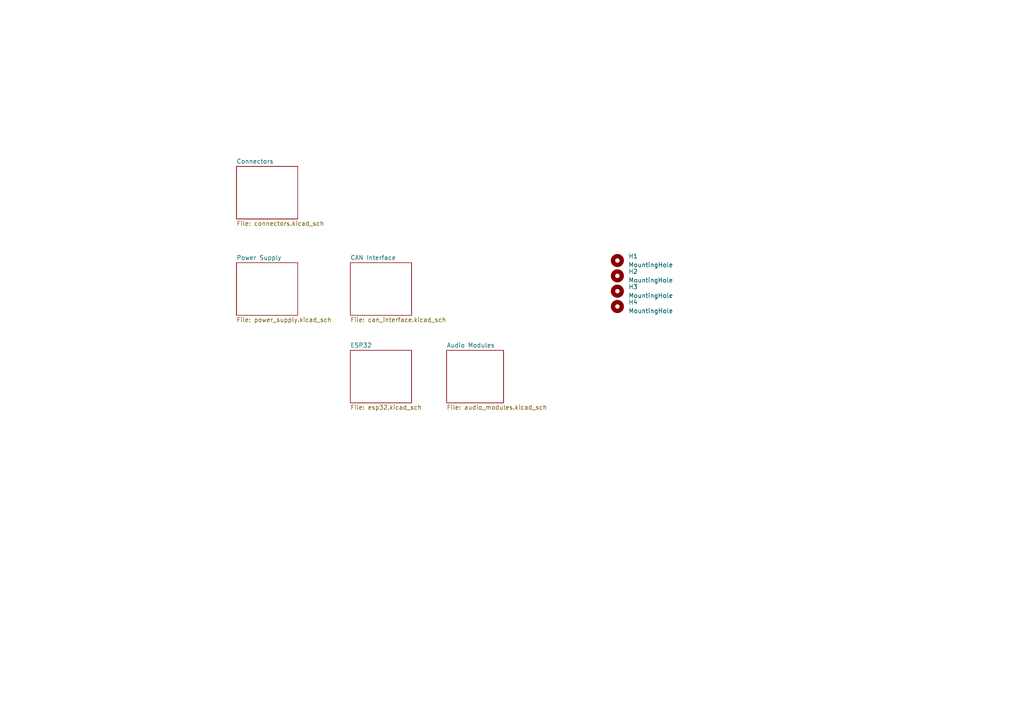
<source format=kicad_sch>
(kicad_sch (version 20211123) (generator eeschema)
  (paper "A4")
  (lib_symbols
    (symbol "Mechanical:MountingHole" (pin_names (offset 1.016))
      (property "Reference" "H" (at 0 5.08 0))
      (property "Value" "MountingHole" (at 0 3.175 0))
      (symbol "MountingHole_0_1"
        (circle (center 0 0) (radius 1.27) (stroke (width 1.27)))
      )
    )
  )
  (symbol (lib_id "Mechanical:MountingHole") (at 179.07 88.9 0) (unit 1)
    (property "Reference" "H4" (at 182.245 87.6299 0) (effects (justify left)))
    (property "Value" "MountingHole" (at 182.245 90.1699 0) (effects (justify left)))
    (property "Footprint" "kicadlibrary:MountingHole_3.2mm_M3_BARE" (effects hide))
  )
  (symbol (lib_id "Mechanical:MountingHole") (at 179.07 80.01 0) (unit 1)
    (property "Reference" "H2" (at 182.245 78.7399 0) (effects (justify left)))
    (property "Value" "MountingHole" (at 182.245 81.2799 0) (effects (justify left)))
    (property "Footprint" "kicadlibrary:MountingHole_3.2mm_M3_BARE" (effects hide))
  )
  (symbol (lib_id "Mechanical:MountingHole") (at 179.07 84.455 0) (unit 1)
    (property "Reference" "H3" (at 182.245 83.1849 0) (effects (justify left)))
    (property "Value" "MountingHole" (at 182.245 85.7249 0) (effects (justify left)))
    (property "Footprint" "kicadlibrary:MountingHole_3.2mm_M3_BARE" (effects hide))
  )
  (symbol (lib_id "Mechanical:MountingHole") (at 179.07 75.565 0) (unit 1)
    (property "Reference" "H1" (at 182.245 74.2949 0) (effects (justify left)))
    (property "Value" "MountingHole" (at 182.245 76.8349 0) (effects (justify left)))
    (property "Footprint" "kicadlibrary:MountingHole_3.2mm_M3_BARE" (effects hide))
  )
  (sheet (at 68.58 76.2) (size 17.78 15.24) (stroke (width 0.1524))
    (property "Sheet name" "Power Supply" (at 68.58 75.4884 0) (effects (justify left bottom)))
    (property "Sheet file" "power_supply.kicad_sch" (at 68.58 92.0246 0) (effects (justify left top)))
  )
  (sheet (at 68.58 48.26) (size 17.78 15.24) (stroke (width 0.1524))
    (property "Sheet name" "Connectors" (at 68.58 47.5484 0) (effects (justify left bottom)))
    (property "Sheet file" "connectors.kicad_sch" (at 68.58 64.0846 0) (effects (justify left top)))
  )
  (sheet (at 129.54 101.6) (size 16.51 15.24) (stroke (width 0.1524))
    (property "Sheet name" "Audio Modules" (at 129.54 100.8884 0) (effects (justify left bottom)))
    (property "Sheet file" "audio_modules.kicad_sch" (at 129.54 117.4246 0) (effects (justify left top)))
  )
  (sheet (at 101.6 76.2) (size 17.78 15.24) (stroke (width 0.1524))
    (property "Sheet name" "CAN Interface" (at 101.6 75.4884 0) (effects (justify left bottom)))
    (property "Sheet file" "can_interface.kicad_sch" (at 101.6 92.0246 0) (effects (justify left top)))
  )
  (sheet (at 101.6 101.6) (size 17.78 15.24) (stroke (width 0.1524))
    (property "Sheet name" "ESP32" (at 101.6 100.8884 0) (effects (justify left bottom)))
    (property "Sheet file" "esp32.kicad_sch" (at 101.6 117.4246 0) (effects (justify left top)))
  )
)
</source>
